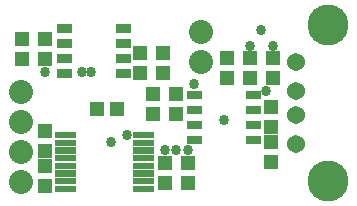
<source format=gts>
G75*
%MOIN*%
%OFA0B0*%
%FSLAX25Y25*%
%IPPOS*%
%LPD*%
%AMOC8*
5,1,8,0,0,1.08239X$1,22.5*
%
%ADD10C,0.00198*%
%ADD11C,0.00277*%
%ADD12C,0.06033*%
%ADD13C,0.13655*%
%ADD14C,0.08000*%
%ADD15R,0.04537X0.04931*%
%ADD16R,0.04931X0.04537*%
%ADD17C,0.03378*%
D10*
X0021926Y0009917D02*
X0028626Y0009917D01*
X0021926Y0009917D02*
X0021926Y0011697D01*
X0028626Y0011697D01*
X0028626Y0009917D01*
X0028626Y0010114D02*
X0021926Y0010114D01*
X0021926Y0010311D02*
X0028626Y0010311D01*
X0028626Y0010508D02*
X0021926Y0010508D01*
X0021926Y0010705D02*
X0028626Y0010705D01*
X0028626Y0010902D02*
X0021926Y0010902D01*
X0021926Y0011099D02*
X0028626Y0011099D01*
X0028626Y0011296D02*
X0021926Y0011296D01*
X0021926Y0011493D02*
X0028626Y0011493D01*
X0028626Y0011690D02*
X0021926Y0011690D01*
X0021926Y0012476D02*
X0028626Y0012476D01*
X0021926Y0012476D02*
X0021926Y0014256D01*
X0028626Y0014256D01*
X0028626Y0012476D01*
X0028626Y0012673D02*
X0021926Y0012673D01*
X0021926Y0012870D02*
X0028626Y0012870D01*
X0028626Y0013067D02*
X0021926Y0013067D01*
X0021926Y0013264D02*
X0028626Y0013264D01*
X0028626Y0013461D02*
X0021926Y0013461D01*
X0021926Y0013658D02*
X0028626Y0013658D01*
X0028626Y0013855D02*
X0021926Y0013855D01*
X0021926Y0014052D02*
X0028626Y0014052D01*
X0028626Y0014249D02*
X0021926Y0014249D01*
X0021926Y0015035D02*
X0028626Y0015035D01*
X0021926Y0015035D02*
X0021926Y0016815D01*
X0028626Y0016815D01*
X0028626Y0015035D01*
X0028626Y0015232D02*
X0021926Y0015232D01*
X0021926Y0015429D02*
X0028626Y0015429D01*
X0028626Y0015626D02*
X0021926Y0015626D01*
X0021926Y0015823D02*
X0028626Y0015823D01*
X0028626Y0016020D02*
X0021926Y0016020D01*
X0021926Y0016217D02*
X0028626Y0016217D01*
X0028626Y0016414D02*
X0021926Y0016414D01*
X0021926Y0016611D02*
X0028626Y0016611D01*
X0028626Y0016808D02*
X0021926Y0016808D01*
X0021926Y0017594D02*
X0028626Y0017594D01*
X0021926Y0017594D02*
X0021926Y0019374D01*
X0028626Y0019374D01*
X0028626Y0017594D01*
X0028626Y0017791D02*
X0021926Y0017791D01*
X0021926Y0017988D02*
X0028626Y0017988D01*
X0028626Y0018185D02*
X0021926Y0018185D01*
X0021926Y0018382D02*
X0028626Y0018382D01*
X0028626Y0018579D02*
X0021926Y0018579D01*
X0021926Y0018776D02*
X0028626Y0018776D01*
X0028626Y0018973D02*
X0021926Y0018973D01*
X0021926Y0019170D02*
X0028626Y0019170D01*
X0028626Y0019367D02*
X0021926Y0019367D01*
X0021926Y0020153D02*
X0028626Y0020153D01*
X0021926Y0020153D02*
X0021926Y0021933D01*
X0028626Y0021933D01*
X0028626Y0020153D01*
X0028626Y0020350D02*
X0021926Y0020350D01*
X0021926Y0020547D02*
X0028626Y0020547D01*
X0028626Y0020744D02*
X0021926Y0020744D01*
X0021926Y0020941D02*
X0028626Y0020941D01*
X0028626Y0021138D02*
X0021926Y0021138D01*
X0021926Y0021335D02*
X0028626Y0021335D01*
X0028626Y0021532D02*
X0021926Y0021532D01*
X0021926Y0021729D02*
X0028626Y0021729D01*
X0028626Y0021926D02*
X0021926Y0021926D01*
X0021926Y0022712D02*
X0028626Y0022712D01*
X0021926Y0022712D02*
X0021926Y0024492D01*
X0028626Y0024492D01*
X0028626Y0022712D01*
X0028626Y0022909D02*
X0021926Y0022909D01*
X0021926Y0023106D02*
X0028626Y0023106D01*
X0028626Y0023303D02*
X0021926Y0023303D01*
X0021926Y0023500D02*
X0028626Y0023500D01*
X0028626Y0023697D02*
X0021926Y0023697D01*
X0021926Y0023894D02*
X0028626Y0023894D01*
X0028626Y0024091D02*
X0021926Y0024091D01*
X0021926Y0024288D02*
X0028626Y0024288D01*
X0028626Y0024485D02*
X0021926Y0024485D01*
X0021926Y0025271D02*
X0028626Y0025271D01*
X0021926Y0025271D02*
X0021926Y0027051D01*
X0028626Y0027051D01*
X0028626Y0025271D01*
X0028626Y0025468D02*
X0021926Y0025468D01*
X0021926Y0025665D02*
X0028626Y0025665D01*
X0028626Y0025862D02*
X0021926Y0025862D01*
X0021926Y0026059D02*
X0028626Y0026059D01*
X0028626Y0026256D02*
X0021926Y0026256D01*
X0021926Y0026453D02*
X0028626Y0026453D01*
X0028626Y0026650D02*
X0021926Y0026650D01*
X0021926Y0026847D02*
X0028626Y0026847D01*
X0028626Y0027044D02*
X0021926Y0027044D01*
X0021926Y0027830D02*
X0028626Y0027830D01*
X0021926Y0027830D02*
X0021926Y0029610D01*
X0028626Y0029610D01*
X0028626Y0027830D01*
X0028626Y0028027D02*
X0021926Y0028027D01*
X0021926Y0028224D02*
X0028626Y0028224D01*
X0028626Y0028421D02*
X0021926Y0028421D01*
X0021926Y0028618D02*
X0028626Y0028618D01*
X0028626Y0028815D02*
X0021926Y0028815D01*
X0021926Y0029012D02*
X0028626Y0029012D01*
X0028626Y0029209D02*
X0021926Y0029209D01*
X0021926Y0029406D02*
X0028626Y0029406D01*
X0028626Y0029603D02*
X0021926Y0029603D01*
X0047910Y0027830D02*
X0054610Y0027830D01*
X0047910Y0027830D02*
X0047910Y0029610D01*
X0054610Y0029610D01*
X0054610Y0027830D01*
X0054610Y0028027D02*
X0047910Y0028027D01*
X0047910Y0028224D02*
X0054610Y0028224D01*
X0054610Y0028421D02*
X0047910Y0028421D01*
X0047910Y0028618D02*
X0054610Y0028618D01*
X0054610Y0028815D02*
X0047910Y0028815D01*
X0047910Y0029012D02*
X0054610Y0029012D01*
X0054610Y0029209D02*
X0047910Y0029209D01*
X0047910Y0029406D02*
X0054610Y0029406D01*
X0054610Y0029603D02*
X0047910Y0029603D01*
X0047910Y0025271D02*
X0054610Y0025271D01*
X0047910Y0025271D02*
X0047910Y0027051D01*
X0054610Y0027051D01*
X0054610Y0025271D01*
X0054610Y0025468D02*
X0047910Y0025468D01*
X0047910Y0025665D02*
X0054610Y0025665D01*
X0054610Y0025862D02*
X0047910Y0025862D01*
X0047910Y0026059D02*
X0054610Y0026059D01*
X0054610Y0026256D02*
X0047910Y0026256D01*
X0047910Y0026453D02*
X0054610Y0026453D01*
X0054610Y0026650D02*
X0047910Y0026650D01*
X0047910Y0026847D02*
X0054610Y0026847D01*
X0054610Y0027044D02*
X0047910Y0027044D01*
X0047910Y0022712D02*
X0054610Y0022712D01*
X0047910Y0022712D02*
X0047910Y0024492D01*
X0054610Y0024492D01*
X0054610Y0022712D01*
X0054610Y0022909D02*
X0047910Y0022909D01*
X0047910Y0023106D02*
X0054610Y0023106D01*
X0054610Y0023303D02*
X0047910Y0023303D01*
X0047910Y0023500D02*
X0054610Y0023500D01*
X0054610Y0023697D02*
X0047910Y0023697D01*
X0047910Y0023894D02*
X0054610Y0023894D01*
X0054610Y0024091D02*
X0047910Y0024091D01*
X0047910Y0024288D02*
X0054610Y0024288D01*
X0054610Y0024485D02*
X0047910Y0024485D01*
X0047910Y0020153D02*
X0054610Y0020153D01*
X0047910Y0020153D02*
X0047910Y0021933D01*
X0054610Y0021933D01*
X0054610Y0020153D01*
X0054610Y0020350D02*
X0047910Y0020350D01*
X0047910Y0020547D02*
X0054610Y0020547D01*
X0054610Y0020744D02*
X0047910Y0020744D01*
X0047910Y0020941D02*
X0054610Y0020941D01*
X0054610Y0021138D02*
X0047910Y0021138D01*
X0047910Y0021335D02*
X0054610Y0021335D01*
X0054610Y0021532D02*
X0047910Y0021532D01*
X0047910Y0021729D02*
X0054610Y0021729D01*
X0054610Y0021926D02*
X0047910Y0021926D01*
X0047910Y0017594D02*
X0054610Y0017594D01*
X0047910Y0017594D02*
X0047910Y0019374D01*
X0054610Y0019374D01*
X0054610Y0017594D01*
X0054610Y0017791D02*
X0047910Y0017791D01*
X0047910Y0017988D02*
X0054610Y0017988D01*
X0054610Y0018185D02*
X0047910Y0018185D01*
X0047910Y0018382D02*
X0054610Y0018382D01*
X0054610Y0018579D02*
X0047910Y0018579D01*
X0047910Y0018776D02*
X0054610Y0018776D01*
X0054610Y0018973D02*
X0047910Y0018973D01*
X0047910Y0019170D02*
X0054610Y0019170D01*
X0054610Y0019367D02*
X0047910Y0019367D01*
X0047910Y0015035D02*
X0054610Y0015035D01*
X0047910Y0015035D02*
X0047910Y0016815D01*
X0054610Y0016815D01*
X0054610Y0015035D01*
X0054610Y0015232D02*
X0047910Y0015232D01*
X0047910Y0015429D02*
X0054610Y0015429D01*
X0054610Y0015626D02*
X0047910Y0015626D01*
X0047910Y0015823D02*
X0054610Y0015823D01*
X0054610Y0016020D02*
X0047910Y0016020D01*
X0047910Y0016217D02*
X0054610Y0016217D01*
X0054610Y0016414D02*
X0047910Y0016414D01*
X0047910Y0016611D02*
X0054610Y0016611D01*
X0054610Y0016808D02*
X0047910Y0016808D01*
X0047910Y0012476D02*
X0054610Y0012476D01*
X0047910Y0012476D02*
X0047910Y0014256D01*
X0054610Y0014256D01*
X0054610Y0012476D01*
X0054610Y0012673D02*
X0047910Y0012673D01*
X0047910Y0012870D02*
X0054610Y0012870D01*
X0054610Y0013067D02*
X0047910Y0013067D01*
X0047910Y0013264D02*
X0054610Y0013264D01*
X0054610Y0013461D02*
X0047910Y0013461D01*
X0047910Y0013658D02*
X0054610Y0013658D01*
X0054610Y0013855D02*
X0047910Y0013855D01*
X0047910Y0014052D02*
X0054610Y0014052D01*
X0054610Y0014249D02*
X0047910Y0014249D01*
X0047910Y0009917D02*
X0054610Y0009917D01*
X0047910Y0009917D02*
X0047910Y0011697D01*
X0054610Y0011697D01*
X0054610Y0009917D01*
X0054610Y0010114D02*
X0047910Y0010114D01*
X0047910Y0010311D02*
X0054610Y0010311D01*
X0054610Y0010508D02*
X0047910Y0010508D01*
X0047910Y0010705D02*
X0054610Y0010705D01*
X0054610Y0010902D02*
X0047910Y0010902D01*
X0047910Y0011099D02*
X0054610Y0011099D01*
X0054610Y0011296D02*
X0047910Y0011296D01*
X0047910Y0011493D02*
X0054610Y0011493D01*
X0054610Y0011690D02*
X0047910Y0011690D01*
D11*
X0065862Y0025784D02*
X0070516Y0025784D01*
X0065862Y0025784D02*
X0065862Y0028272D01*
X0070516Y0028272D01*
X0070516Y0025784D01*
X0070516Y0026060D02*
X0065862Y0026060D01*
X0065862Y0026336D02*
X0070516Y0026336D01*
X0070516Y0026612D02*
X0065862Y0026612D01*
X0065862Y0026888D02*
X0070516Y0026888D01*
X0070516Y0027164D02*
X0065862Y0027164D01*
X0065862Y0027440D02*
X0070516Y0027440D01*
X0070516Y0027716D02*
X0065862Y0027716D01*
X0065862Y0027992D02*
X0070516Y0027992D01*
X0070516Y0028268D02*
X0065862Y0028268D01*
X0065862Y0030784D02*
X0070516Y0030784D01*
X0065862Y0030784D02*
X0065862Y0033272D01*
X0070516Y0033272D01*
X0070516Y0030784D01*
X0070516Y0031060D02*
X0065862Y0031060D01*
X0065862Y0031336D02*
X0070516Y0031336D01*
X0070516Y0031612D02*
X0065862Y0031612D01*
X0065862Y0031888D02*
X0070516Y0031888D01*
X0070516Y0032164D02*
X0065862Y0032164D01*
X0065862Y0032440D02*
X0070516Y0032440D01*
X0070516Y0032716D02*
X0065862Y0032716D01*
X0065862Y0032992D02*
X0070516Y0032992D01*
X0070516Y0033268D02*
X0065862Y0033268D01*
X0065862Y0035784D02*
X0070516Y0035784D01*
X0065862Y0035784D02*
X0065862Y0038272D01*
X0070516Y0038272D01*
X0070516Y0035784D01*
X0070516Y0036060D02*
X0065862Y0036060D01*
X0065862Y0036336D02*
X0070516Y0036336D01*
X0070516Y0036612D02*
X0065862Y0036612D01*
X0065862Y0036888D02*
X0070516Y0036888D01*
X0070516Y0037164D02*
X0065862Y0037164D01*
X0065862Y0037440D02*
X0070516Y0037440D01*
X0070516Y0037716D02*
X0065862Y0037716D01*
X0065862Y0037992D02*
X0070516Y0037992D01*
X0070516Y0038268D02*
X0065862Y0038268D01*
X0065862Y0040784D02*
X0070516Y0040784D01*
X0065862Y0040784D02*
X0065862Y0043272D01*
X0070516Y0043272D01*
X0070516Y0040784D01*
X0070516Y0041060D02*
X0065862Y0041060D01*
X0065862Y0041336D02*
X0070516Y0041336D01*
X0070516Y0041612D02*
X0065862Y0041612D01*
X0065862Y0041888D02*
X0070516Y0041888D01*
X0070516Y0042164D02*
X0065862Y0042164D01*
X0065862Y0042440D02*
X0070516Y0042440D01*
X0070516Y0042716D02*
X0065862Y0042716D01*
X0065862Y0042992D02*
X0070516Y0042992D01*
X0070516Y0043268D02*
X0065862Y0043268D01*
X0085547Y0040784D02*
X0090201Y0040784D01*
X0085547Y0040784D02*
X0085547Y0043272D01*
X0090201Y0043272D01*
X0090201Y0040784D01*
X0090201Y0041060D02*
X0085547Y0041060D01*
X0085547Y0041336D02*
X0090201Y0041336D01*
X0090201Y0041612D02*
X0085547Y0041612D01*
X0085547Y0041888D02*
X0090201Y0041888D01*
X0090201Y0042164D02*
X0085547Y0042164D01*
X0085547Y0042440D02*
X0090201Y0042440D01*
X0090201Y0042716D02*
X0085547Y0042716D01*
X0085547Y0042992D02*
X0090201Y0042992D01*
X0090201Y0043268D02*
X0085547Y0043268D01*
X0085547Y0035784D02*
X0090201Y0035784D01*
X0085547Y0035784D02*
X0085547Y0038272D01*
X0090201Y0038272D01*
X0090201Y0035784D01*
X0090201Y0036060D02*
X0085547Y0036060D01*
X0085547Y0036336D02*
X0090201Y0036336D01*
X0090201Y0036612D02*
X0085547Y0036612D01*
X0085547Y0036888D02*
X0090201Y0036888D01*
X0090201Y0037164D02*
X0085547Y0037164D01*
X0085547Y0037440D02*
X0090201Y0037440D01*
X0090201Y0037716D02*
X0085547Y0037716D01*
X0085547Y0037992D02*
X0090201Y0037992D01*
X0090201Y0038268D02*
X0085547Y0038268D01*
X0085547Y0030784D02*
X0090201Y0030784D01*
X0085547Y0030784D02*
X0085547Y0033272D01*
X0090201Y0033272D01*
X0090201Y0030784D01*
X0090201Y0031060D02*
X0085547Y0031060D01*
X0085547Y0031336D02*
X0090201Y0031336D01*
X0090201Y0031612D02*
X0085547Y0031612D01*
X0085547Y0031888D02*
X0090201Y0031888D01*
X0090201Y0032164D02*
X0085547Y0032164D01*
X0085547Y0032440D02*
X0090201Y0032440D01*
X0090201Y0032716D02*
X0085547Y0032716D01*
X0085547Y0032992D02*
X0090201Y0032992D01*
X0090201Y0033268D02*
X0085547Y0033268D01*
X0085547Y0025784D02*
X0090201Y0025784D01*
X0085547Y0025784D02*
X0085547Y0028272D01*
X0090201Y0028272D01*
X0090201Y0025784D01*
X0090201Y0026060D02*
X0085547Y0026060D01*
X0085547Y0026336D02*
X0090201Y0026336D01*
X0090201Y0026612D02*
X0085547Y0026612D01*
X0085547Y0026888D02*
X0090201Y0026888D01*
X0090201Y0027164D02*
X0085547Y0027164D01*
X0085547Y0027440D02*
X0090201Y0027440D01*
X0090201Y0027716D02*
X0085547Y0027716D01*
X0085547Y0027992D02*
X0090201Y0027992D01*
X0090201Y0028268D02*
X0085547Y0028268D01*
X0046697Y0048028D02*
X0042043Y0048028D01*
X0042043Y0050516D01*
X0046697Y0050516D01*
X0046697Y0048028D01*
X0046697Y0048304D02*
X0042043Y0048304D01*
X0042043Y0048580D02*
X0046697Y0048580D01*
X0046697Y0048856D02*
X0042043Y0048856D01*
X0042043Y0049132D02*
X0046697Y0049132D01*
X0046697Y0049408D02*
X0042043Y0049408D01*
X0042043Y0049684D02*
X0046697Y0049684D01*
X0046697Y0049960D02*
X0042043Y0049960D01*
X0042043Y0050236D02*
X0046697Y0050236D01*
X0046697Y0050512D02*
X0042043Y0050512D01*
X0042043Y0053028D02*
X0046697Y0053028D01*
X0042043Y0053028D02*
X0042043Y0055516D01*
X0046697Y0055516D01*
X0046697Y0053028D01*
X0046697Y0053304D02*
X0042043Y0053304D01*
X0042043Y0053580D02*
X0046697Y0053580D01*
X0046697Y0053856D02*
X0042043Y0053856D01*
X0042043Y0054132D02*
X0046697Y0054132D01*
X0046697Y0054408D02*
X0042043Y0054408D01*
X0042043Y0054684D02*
X0046697Y0054684D01*
X0046697Y0054960D02*
X0042043Y0054960D01*
X0042043Y0055236D02*
X0046697Y0055236D01*
X0046697Y0055512D02*
X0042043Y0055512D01*
X0042043Y0058028D02*
X0046697Y0058028D01*
X0042043Y0058028D02*
X0042043Y0060516D01*
X0046697Y0060516D01*
X0046697Y0058028D01*
X0046697Y0058304D02*
X0042043Y0058304D01*
X0042043Y0058580D02*
X0046697Y0058580D01*
X0046697Y0058856D02*
X0042043Y0058856D01*
X0042043Y0059132D02*
X0046697Y0059132D01*
X0046697Y0059408D02*
X0042043Y0059408D01*
X0042043Y0059684D02*
X0046697Y0059684D01*
X0046697Y0059960D02*
X0042043Y0059960D01*
X0042043Y0060236D02*
X0046697Y0060236D01*
X0046697Y0060512D02*
X0042043Y0060512D01*
X0042043Y0063028D02*
X0046697Y0063028D01*
X0042043Y0063028D02*
X0042043Y0065516D01*
X0046697Y0065516D01*
X0046697Y0063028D01*
X0046697Y0063304D02*
X0042043Y0063304D01*
X0042043Y0063580D02*
X0046697Y0063580D01*
X0046697Y0063856D02*
X0042043Y0063856D01*
X0042043Y0064132D02*
X0046697Y0064132D01*
X0046697Y0064408D02*
X0042043Y0064408D01*
X0042043Y0064684D02*
X0046697Y0064684D01*
X0046697Y0064960D02*
X0042043Y0064960D01*
X0042043Y0065236D02*
X0046697Y0065236D01*
X0046697Y0065512D02*
X0042043Y0065512D01*
X0027012Y0063028D02*
X0022358Y0063028D01*
X0022358Y0065516D01*
X0027012Y0065516D01*
X0027012Y0063028D01*
X0027012Y0063304D02*
X0022358Y0063304D01*
X0022358Y0063580D02*
X0027012Y0063580D01*
X0027012Y0063856D02*
X0022358Y0063856D01*
X0022358Y0064132D02*
X0027012Y0064132D01*
X0027012Y0064408D02*
X0022358Y0064408D01*
X0022358Y0064684D02*
X0027012Y0064684D01*
X0027012Y0064960D02*
X0022358Y0064960D01*
X0022358Y0065236D02*
X0027012Y0065236D01*
X0027012Y0065512D02*
X0022358Y0065512D01*
X0022358Y0058028D02*
X0027012Y0058028D01*
X0022358Y0058028D02*
X0022358Y0060516D01*
X0027012Y0060516D01*
X0027012Y0058028D01*
X0027012Y0058304D02*
X0022358Y0058304D01*
X0022358Y0058580D02*
X0027012Y0058580D01*
X0027012Y0058856D02*
X0022358Y0058856D01*
X0022358Y0059132D02*
X0027012Y0059132D01*
X0027012Y0059408D02*
X0022358Y0059408D01*
X0022358Y0059684D02*
X0027012Y0059684D01*
X0027012Y0059960D02*
X0022358Y0059960D01*
X0022358Y0060236D02*
X0027012Y0060236D01*
X0027012Y0060512D02*
X0022358Y0060512D01*
X0022358Y0053028D02*
X0027012Y0053028D01*
X0022358Y0053028D02*
X0022358Y0055516D01*
X0027012Y0055516D01*
X0027012Y0053028D01*
X0027012Y0053304D02*
X0022358Y0053304D01*
X0022358Y0053580D02*
X0027012Y0053580D01*
X0027012Y0053856D02*
X0022358Y0053856D01*
X0022358Y0054132D02*
X0027012Y0054132D01*
X0027012Y0054408D02*
X0022358Y0054408D01*
X0022358Y0054684D02*
X0027012Y0054684D01*
X0027012Y0054960D02*
X0022358Y0054960D01*
X0022358Y0055236D02*
X0027012Y0055236D01*
X0027012Y0055512D02*
X0022358Y0055512D01*
X0022358Y0048028D02*
X0027012Y0048028D01*
X0022358Y0048028D02*
X0022358Y0050516D01*
X0027012Y0050516D01*
X0027012Y0048028D01*
X0027012Y0048304D02*
X0022358Y0048304D01*
X0022358Y0048580D02*
X0027012Y0048580D01*
X0027012Y0048856D02*
X0022358Y0048856D01*
X0022358Y0049132D02*
X0027012Y0049132D01*
X0027012Y0049408D02*
X0022358Y0049408D01*
X0022358Y0049684D02*
X0027012Y0049684D01*
X0027012Y0049960D02*
X0022358Y0049960D01*
X0022358Y0050236D02*
X0027012Y0050236D01*
X0027012Y0050512D02*
X0022358Y0050512D01*
D12*
X0102205Y0053031D03*
X0102205Y0043189D03*
X0102205Y0035315D03*
X0102205Y0025472D03*
D13*
X0112874Y0013386D03*
X0112874Y0065118D03*
D14*
X0070315Y0062874D03*
X0070315Y0052874D03*
X0010315Y0042874D03*
X0010315Y0032874D03*
X0010315Y0022874D03*
X0010315Y0012874D03*
D15*
X0018386Y0011693D03*
X0018386Y0018386D03*
X0018386Y0023307D03*
X0018386Y0030000D03*
X0054606Y0035709D03*
X0062283Y0035709D03*
X0062283Y0042402D03*
X0054606Y0042402D03*
X0057953Y0049291D03*
X0050276Y0049291D03*
X0050276Y0055984D03*
X0057953Y0055984D03*
X0079016Y0054213D03*
X0086693Y0054213D03*
X0094370Y0054213D03*
X0094370Y0047520D03*
X0086693Y0047520D03*
X0079016Y0047520D03*
X0093976Y0037874D03*
X0093976Y0031181D03*
X0093976Y0026260D03*
X0093976Y0019567D03*
X0066024Y0019173D03*
X0058346Y0019173D03*
X0058346Y0012480D03*
X0066024Y0012480D03*
X0018583Y0053819D03*
X0010906Y0053819D03*
X0010906Y0060512D03*
X0018583Y0060512D03*
D16*
X0035906Y0037283D03*
X0042598Y0037283D03*
D17*
X0045748Y0028720D03*
X0040630Y0026161D03*
X0058346Y0023504D03*
X0062087Y0023504D03*
X0066024Y0023504D03*
X0078228Y0033740D03*
X0092205Y0043189D03*
X0068189Y0045748D03*
X0086693Y0058150D03*
X0094370Y0058150D03*
X0090630Y0063661D03*
X0033740Y0049488D03*
X0030787Y0049488D03*
X0018583Y0049488D03*
M02*

</source>
